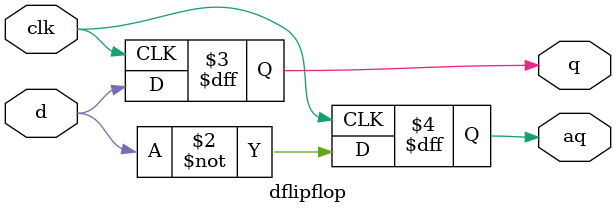
<source format=v>

/**
    JK´¥·¢Æ÷Ô­Àí
    D = J~Q + ~KQ;
**/

module top_module (
    input clk,
    input j,
    input k,
    output Q); 

    wire d, aq;
    assign d = (j && aq) || (!k && Q);

    dflipflop dff0(
        .d(d),
        .clk(clk),
        .q(Q),
        .aq(aq)
    );

endmodule

module dflipflop(
    input d, clk,
    output reg q, aq
);

    always @(posedge clk) begin
        q <= d;
        aq <= ~d;
    end

endmodule
</source>
